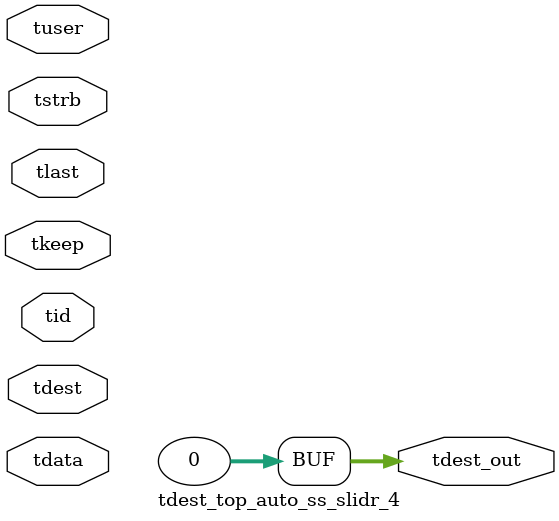
<source format=v>


`timescale 1ps/1ps

module tdest_top_auto_ss_slidr_4 #
(
parameter C_S_AXIS_TDATA_WIDTH = 32,
parameter C_S_AXIS_TUSER_WIDTH = 0,
parameter C_S_AXIS_TID_WIDTH   = 0,
parameter C_S_AXIS_TDEST_WIDTH = 0,
parameter C_M_AXIS_TDEST_WIDTH = 32
)
(
input  [(C_S_AXIS_TDATA_WIDTH == 0 ? 1 : C_S_AXIS_TDATA_WIDTH)-1:0     ] tdata,
input  [(C_S_AXIS_TUSER_WIDTH == 0 ? 1 : C_S_AXIS_TUSER_WIDTH)-1:0     ] tuser,
input  [(C_S_AXIS_TID_WIDTH   == 0 ? 1 : C_S_AXIS_TID_WIDTH)-1:0       ] tid,
input  [(C_S_AXIS_TDEST_WIDTH == 0 ? 1 : C_S_AXIS_TDEST_WIDTH)-1:0     ] tdest,
input  [(C_S_AXIS_TDATA_WIDTH/8)-1:0 ] tkeep,
input  [(C_S_AXIS_TDATA_WIDTH/8)-1:0 ] tstrb,
input                                                                    tlast,
output [C_M_AXIS_TDEST_WIDTH-1:0] tdest_out
);

assign tdest_out = {1'b0};

endmodule


</source>
